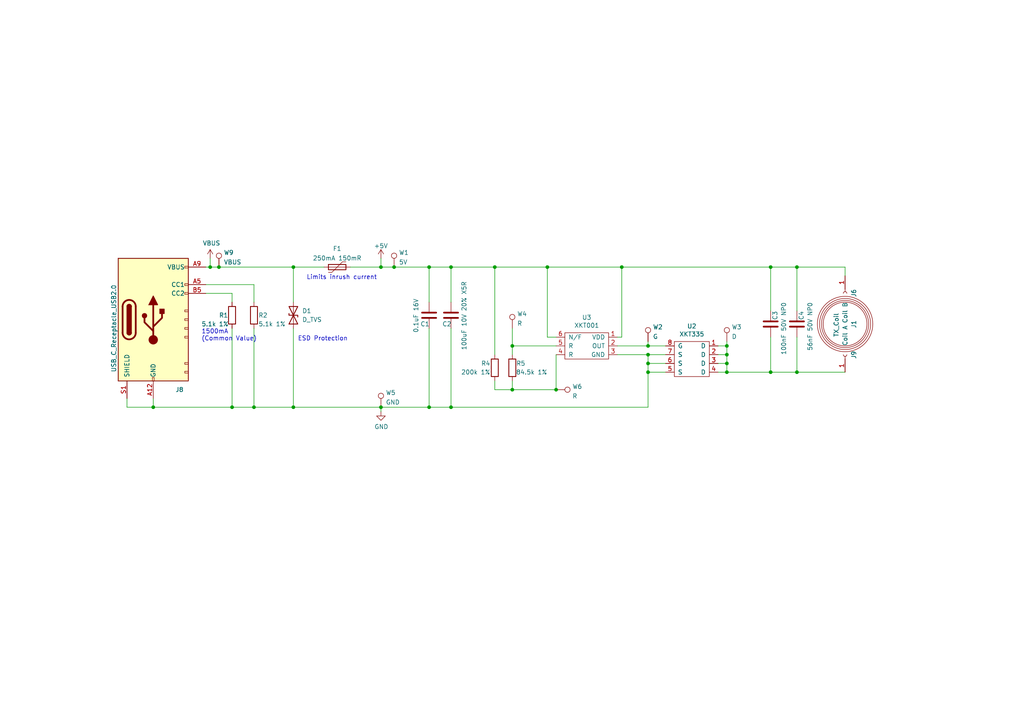
<source format=kicad_sch>
(kicad_sch (version 20211123) (generator eeschema)
  (paper "A4")
  (lib_symbols
    (symbol "Connector:Conn_01x01_Female" (pin_names (offset 1.016) hide)
      (property "Reference" "J" (at 0 2.54 0))
      (property "Value" "Conn_01x01_Female" (at 0 -2.54 0))
      (symbol "Conn_01x01_Female_1_1"
        (polyline (pts (xy -1.27 0) (xy -0.508 0)) (stroke (width 0.1524)))
        (arc (start 0 0.508) (mid -0.508 0) (end 0 -0.508) (stroke (width 0.1524)))
        (pin passive line (at -5.08 0 0) (length 3.81) (name "Pin_1") (number "1"))
      )
    )
    (symbol "Device:C" (pin_numbers hide) (pin_names (offset 0.254))
      (property "Reference" "C" (at 0.635 2.54 0))
      (property "Value" "C" (at 0.635 -2.54 0))
      (symbol "C_0_1"
        (polyline (pts (xy -2.032 -0.762) (xy 2.032 -0.762)) (stroke (width 0.508)))
        (polyline (pts (xy -2.032 0.762) (xy 2.032 0.762)) (stroke (width 0.508)))
      )
      (symbol "C_1_1"
        (pin passive line (at 0 3.81 270) (length 2.794) (name "~") (number "1"))
        (pin passive line (at 0 -3.81 90) (length 2.794) (name "~") (number "2"))
      )
    )
    (symbol "Device:D_TVS" (pin_numbers hide) (pin_names (offset 1.016) hide)
      (property "Reference" "D" (at 0 2.54 0))
      (property "Value" "D_TVS" (at 0 -2.54 0))
      (symbol "D_TVS_0_1"
        (polyline (pts (xy 1.27 0) (xy -1.27 0)))
        (polyline (pts (xy 0.508 1.27) (xy 0 1.27) (xy 0 -1.27) (xy -0.508 -1.27)) (stroke (width 0.254)))
        (polyline (pts (xy -2.54 1.27) (xy -2.54 -1.27) (xy 2.54 1.27) (xy 2.54 -1.27) (xy -2.54 1.27)) (stroke (width 0.254)))
      )
      (symbol "D_TVS_1_1"
        (pin passive line (at -3.81 0 0) (length 2.54) (name "A1") (number "1"))
        (pin passive line (at 3.81 0 180) (length 2.54) (name "A2") (number "2"))
      )
    )
    (symbol "Device:Polyfuse" (pin_numbers hide) (pin_names (offset 0))
      (property "Reference" "F" (at -2.54 0 90))
      (property "Value" "Polyfuse" (at 2.54 0 90))
      (symbol "Polyfuse_0_1"
        (rectangle (start -0.762 2.54) (end 0.762 -2.54) (stroke (width 0.254)))
        (polyline (pts (xy 0 2.54) (xy 0 -2.54)))
        (polyline (pts (xy -1.524 2.54) (xy -1.524 1.524) (xy 1.524 -1.524) (xy 1.524 -2.54)))
      )
      (symbol "Polyfuse_1_1"
        (pin passive line (at 0 3.81 270) (length 1.27) (name "~") (number "1"))
        (pin passive line (at 0 -3.81 90) (length 1.27) (name "~") (number "2"))
      )
    )
    (symbol "Device:R" (pin_numbers hide) (pin_names (offset 0))
      (property "Reference" "R" (at 2.032 0 90))
      (property "Value" "R" (at 0 0 90))
      (symbol "R_0_1"
        (rectangle (start -1.016 -2.54) (end 1.016 2.54) (stroke (width 0.254)))
      )
      (symbol "R_1_1"
        (pin passive line (at 0 3.81 270) (length 1.27) (name "~") (number "1"))
        (pin passive line (at 0 -3.81 90) (length 1.27) (name "~") (number "2"))
      )
    )
    (symbol "Pixels-dice:TEST_1P-conn" (pin_numbers hide) (pin_names (offset 0.762) hide)
      (property "Reference" "W" (at 0 6.858 0))
      (property "Value" "TEST_1P-conn" (at 0 5.08 0))
      (symbol "TEST_1P-conn_0_1"
        (circle (center 0 3.302) (radius 0.762))
      )
      (symbol "TEST_1P-conn_1_1"
        (pin passive line (at 0 0 90) (length 2.54) (name "1") (number "1"))
      )
    )
    (symbol "Pixels-dice:TX_Coil"
      (property "Reference" "J" (at 0 10.16 0))
      (property "Value" "TX_Coil" (at 0 -10.16 0))
      (symbol "TX_Coil_0_1"
        (circle (center 0 0) (radius 6.35))
        (circle (center 0 0) (radius 6.8392))
        (circle (center 0 0) (radius 7.4053))
        (circle (center 0 0) (radius 8.0322))
      )
    )
    (symbol "Pixels-dice:USB_C_Receptacle_USB2.0" (pin_names (offset 1.016))
      (property "Reference" "J" (at -10.16 19.05 0))
      (property "Value" "USB_C_Receptacle_USB2.0" (at 19.05 19.05 0))
      (symbol "USB_C_Receptacle_USB2.0_0_0"
        (rectangle (start -0.254 -17.78) (end 0.254 -16.764))
        (rectangle (start 10.16 -14.986) (end 9.144 -15.494))
        (rectangle (start 10.16 -12.446) (end 9.144 -12.954))
        (rectangle (start 10.16 -4.826) (end 9.144 -5.334))
        (rectangle (start 10.16 -2.286) (end 9.144 -2.794))
        (rectangle (start 10.16 0.254) (end 9.144 -0.254))
        (rectangle (start 10.16 2.794) (end 9.144 2.286))
        (rectangle (start 10.16 7.874) (end 9.144 7.366))
        (rectangle (start 10.16 10.414) (end 9.144 9.906))
        (rectangle (start 10.16 15.494) (end 9.144 14.986))
      )
      (symbol "USB_C_Receptacle_USB2.0_0_1"
        (rectangle (start -10.16 17.78) (end 10.16 -17.78) (stroke (width 0.254)) (fill (type background)))
        (arc (start -8.89 -3.81) (mid -6.985 -5.715) (end -5.08 -3.81) (stroke (width 0.508)))
        (arc (start -7.62 -3.81) (mid -6.985 -4.445) (end -6.35 -3.81) (stroke (width 0.254)))
        (arc (start -7.62 -3.81) (mid -6.985 -4.445) (end -6.35 -3.81) (stroke (width 0.254)) (fill (type outline)))
        (rectangle (start -7.62 -3.81) (end -6.35 3.81) (stroke (width 0.254)) (fill (type outline)))
        (arc (start -6.35 3.81) (mid -6.985 4.445) (end -7.62 3.81) (stroke (width 0.254)))
        (arc (start -6.35 3.81) (mid -6.985 4.445) (end -7.62 3.81) (stroke (width 0.254)) (fill (type outline)))
        (arc (start -5.08 3.81) (mid -6.985 5.715) (end -8.89 3.81) (stroke (width 0.508)))
        (circle (center -2.54 1.143) (radius 0.635) (stroke (width 0.254)) (fill (type outline)))
        (circle (center 0 -5.842) (radius 1.27) (fill (type outline)))
        (polyline (pts (xy -8.89 -3.81) (xy -8.89 3.81)) (stroke (width 0.508)))
        (polyline (pts (xy -5.08 3.81) (xy -5.08 -3.81)) (stroke (width 0.508)))
        (polyline (pts (xy 0 -5.842) (xy 0 4.318)) (stroke (width 0.508)))
        (polyline (pts (xy 0 -3.302) (xy -2.54 -0.762) (xy -2.54 0.508)) (stroke (width 0.508)))
        (polyline (pts (xy 0 -2.032) (xy 2.54 0.508) (xy 2.54 1.778)) (stroke (width 0.508)))
        (polyline (pts (xy -1.27 4.318) (xy 0 6.858) (xy 1.27 4.318) (xy -1.27 4.318)) (stroke (width 0.254)) (fill (type outline)))
        (rectangle (start 1.905 1.778) (end 3.175 3.048) (stroke (width 0.254)) (fill (type outline)))
      )
      (symbol "USB_C_Receptacle_USB2.0_1_1"
        (pin passive line (at 0 -22.86 90) (length 5.08) (name "GND") (number "A12"))
        (pin bidirectional line (at 15.24 10.16 180) (length 5.08) (name "CC1") (number "A5"))
        (pin passive line (at 15.24 15.24 180) (length 5.08) (name "VBUS") (number "A9"))
        (pin passive line (at 0 -22.86 90) (length 5.08) hide (name "GND") (number "B12"))
        (pin bidirectional line (at 15.24 7.62 180) (length 5.08) (name "CC2") (number "B5"))
        (pin passive line (at 15.24 15.24 180) (length 5.08) hide (name "VBUS") (number "B9"))
        (pin passive line (at -7.62 -22.86 90) (length 5.08) (name "SHIELD") (number "S1"))
      )
    )
    (symbol "Pixels-dice:XKT001" (pin_names (offset 1.016))
      (property "Reference" "U" (at 0 5.08 0))
      (property "Value" "XKT001" (at 0 -5.08 0))
      (symbol "XKT001_0_1"
        (rectangle (start -6.35 3.81) (end 6.35 -3.81))
      )
      (symbol "XKT001_1_1"
        (pin power_in line (at -8.89 2.54 0) (length 2.54) (name "VDD") (number "1"))
        (pin output line (at -8.89 0 0) (length 2.54) (name "OUT") (number "2"))
        (pin power_in line (at -8.89 -2.54 0) (length 2.54) (name "GND") (number "3"))
        (pin passive line (at 8.89 -2.54 180) (length 2.54) (name "R") (number "4"))
        (pin passive line (at 8.89 0 180) (length 2.54) (name "R") (number "5"))
        (pin input line (at 8.89 2.54 180) (length 2.54) (name "N/F") (number "6"))
      )
    )
    (symbol "Pixels-dice:XKT335" (pin_names (offset 1.016))
      (property "Reference" "U" (at 0 6.35 0))
      (property "Value" "XKT335" (at 0 -6.35 0))
      (symbol "XKT335_0_1"
        (rectangle (start -5.08 5.08) (end 5.08 -5.08))
      )
      (symbol "XKT335_1_1"
        (pin input line (at -7.62 3.81 0) (length 2.54) (name "D") (number "1"))
        (pin input line (at -7.62 1.27 0) (length 2.54) (name "D") (number "2"))
        (pin input line (at -7.62 -1.27 0) (length 2.54) (name "D") (number "3"))
        (pin input line (at -7.62 -3.81 0) (length 2.54) (name "D") (number "4"))
        (pin input line (at 7.62 -3.81 180) (length 2.54) (name "S") (number "5"))
        (pin input line (at 7.62 -1.27 180) (length 2.54) (name "S") (number "6"))
        (pin input line (at 7.62 1.27 180) (length 2.54) (name "S") (number "7"))
        (pin input line (at 7.62 3.81 180) (length 2.54) (name "G") (number "8"))
      )
    )
    (symbol "power:+5V" (power) (pin_names (offset 0))
      (property "Value" "+5V" (at 0 3.556 0))
      (symbol "+5V_0_1"
        (polyline (pts (xy -0.762 1.27) (xy 0 2.54)))
        (polyline (pts (xy 0 0) (xy 0 2.54)))
        (polyline (pts (xy 0 2.54) (xy 0.762 1.27)))
      )
      (symbol "+5V_1_1"
        (pin power_in line (at 0 0 90) (length 0) hide (name "+5V") (number "1"))
      )
    )
    (symbol "power:GND" (power) (pin_names (offset 0))
      (property "Value" "GND" (at 0 -3.81 0))
      (symbol "GND_0_1"
        (polyline (pts (xy 0 0) (xy 0 -1.27) (xy 1.27 -1.27) (xy 0 -2.54) (xy -1.27 -1.27) (xy 0 -1.27)))
      )
      (symbol "GND_1_1"
        (pin power_in line (at 0 0 270) (length 0) hide (name "GND") (number "1"))
      )
    )
    (symbol "power:VBUS" (power) (pin_names (offset 0))
      (property "Value" "VBUS" (at 0 3.81 0))
      (symbol "VBUS_0_1"
        (polyline (pts (xy -0.762 1.27) (xy 0 2.54)))
        (polyline (pts (xy 0 0) (xy 0 2.54)))
        (polyline (pts (xy 0 2.54) (xy 0.762 1.27)))
      )
      (symbol "VBUS_1_1"
        (pin power_in line (at 0 0 90) (length 0) hide (name "VBUS") (number "1"))
      )
    )
  )
  (junction (at 158.75 77.47))
  (junction (at 210.82 102.87))
  (junction (at 110.49 77.47))
  (junction (at 143.51 77.47))
  (junction (at 130.81 118.11))
  (junction (at 110.49 118.11))
  (junction (at 124.46 118.11))
  (junction (at 44.45 118.11))
  (junction (at 73.66 118.11))
  (junction (at 67.31 118.11))
  (junction (at 85.09 118.11))
  (junction (at 231.14 77.47))
  (junction (at 210.82 107.95))
  (junction (at 60.96 77.47))
  (junction (at 187.96 107.95))
  (junction (at 114.3 77.47))
  (junction (at 130.81 77.47))
  (junction (at 63.5 77.47))
  (junction (at 161.29 113.03))
  (junction (at 210.82 100.33))
  (junction (at 124.46 77.47))
  (junction (at 231.14 107.95))
  (junction (at 210.82 105.41))
  (junction (at 187.96 100.33))
  (junction (at 187.96 102.87))
  (junction (at 180.34 77.47))
  (junction (at 223.52 77.47))
  (junction (at 187.96 105.41))
  (junction (at 148.59 113.03))
  (junction (at 223.52 107.95))
  (junction (at 148.59 100.33))
  (junction (at 85.09 77.47))
  (wire (pts (xy 193.04 102.87) (xy 187.96 102.87)))
  (wire (pts (xy 245.11 80.01) (xy 245.11 77.47)))
  (wire (pts (xy 187.96 107.95) (xy 187.96 118.11)))
  (wire (pts (xy 208.28 102.87) (xy 210.82 102.87)))
  (wire (pts (xy 180.34 77.47) (xy 223.52 77.47)))
  (wire (pts (xy 143.51 113.03) (xy 143.51 110.49)))
  (wire (pts (xy 73.66 118.11) (xy 85.09 118.11)))
  (wire (pts (xy 67.31 118.11) (xy 73.66 118.11)))
  (wire (pts (xy 231.14 107.95) (xy 245.11 107.95)))
  (wire (pts (xy 161.29 102.87) (xy 161.29 113.03)))
  (wire (pts (xy 143.51 77.47) (xy 143.51 102.87)))
  (wire (pts (xy 223.52 97.79) (xy 223.52 107.95)))
  (wire (pts (xy 158.75 77.47) (xy 158.75 97.79)))
  (wire (pts (xy 110.49 118.11) (xy 110.49 119.38)))
  (wire (pts (xy 110.49 118.11) (xy 124.46 118.11)))
  (wire (pts (xy 223.52 77.47) (xy 223.52 90.17)))
  (wire (pts (xy 85.09 95.25) (xy 85.09 118.11)))
  (wire (pts (xy 60.96 74.93) (xy 60.96 77.47)))
  (wire (pts (xy 85.09 77.47) (xy 85.09 87.63)))
  (wire (pts (xy 130.81 77.47) (xy 130.81 87.63)))
  (wire (pts (xy 187.96 107.95) (xy 193.04 107.95)))
  (wire (pts (xy 36.83 115.57) (xy 36.83 118.11)))
  (wire (pts (xy 85.09 77.47) (xy 93.98 77.47)))
  (wire (pts (xy 148.59 113.03) (xy 143.51 113.03)))
  (wire (pts (xy 85.09 118.11) (xy 110.49 118.11)))
  (wire (pts (xy 231.14 97.79) (xy 231.14 107.95)))
  (wire (pts (xy 73.66 95.25) (xy 73.66 118.11)))
  (wire (pts (xy 210.82 100.33) (xy 210.82 102.87)))
  (wire (pts (xy 158.75 97.79) (xy 161.29 97.79)))
  (wire (pts (xy 148.59 113.03) (xy 148.59 110.49)))
  (wire (pts (xy 67.31 85.09) (xy 67.31 87.63)))
  (wire (pts (xy 208.28 105.41) (xy 210.82 105.41)))
  (wire (pts (xy 143.51 77.47) (xy 158.75 77.47)))
  (wire (pts (xy 44.45 118.11) (xy 67.31 118.11)))
  (wire (pts (xy 130.81 77.47) (xy 143.51 77.47)))
  (wire (pts (xy 210.82 105.41) (xy 210.82 107.95)))
  (wire (pts (xy 179.07 97.79) (xy 180.34 97.79)))
  (wire (pts (xy 148.59 95.25) (xy 148.59 100.33)))
  (wire (pts (xy 124.46 95.25) (xy 124.46 118.11)))
  (wire (pts (xy 130.81 118.11) (xy 187.96 118.11)))
  (wire (pts (xy 208.28 100.33) (xy 210.82 100.33)))
  (wire (pts (xy 210.82 100.33) (xy 210.82 99.06)))
  (wire (pts (xy 124.46 77.47) (xy 130.81 77.47)))
  (wire (pts (xy 130.81 95.25) (xy 130.81 118.11)))
  (wire (pts (xy 110.49 74.93) (xy 110.49 77.47)))
  (wire (pts (xy 231.14 90.17) (xy 231.14 77.47)))
  (wire (pts (xy 245.11 77.47) (xy 231.14 77.47)))
  (wire (pts (xy 223.52 107.95) (xy 231.14 107.95)))
  (wire (pts (xy 179.07 100.33) (xy 187.96 100.33)))
  (wire (pts (xy 114.3 77.47) (xy 124.46 77.47)))
  (wire (pts (xy 101.6 77.47) (xy 110.49 77.47)))
  (wire (pts (xy 36.83 118.11) (xy 44.45 118.11)))
  (wire (pts (xy 59.69 85.09) (xy 67.31 85.09)))
  (wire (pts (xy 73.66 82.55) (xy 73.66 87.63)))
  (wire (pts (xy 59.69 82.55) (xy 73.66 82.55)))
  (wire (pts (xy 187.96 105.41) (xy 187.96 102.87)))
  (wire (pts (xy 158.75 77.47) (xy 180.34 77.47)))
  (wire (pts (xy 148.59 113.03) (xy 161.29 113.03)))
  (wire (pts (xy 59.69 77.47) (xy 60.96 77.47)))
  (wire (pts (xy 44.45 115.57) (xy 44.45 118.11)))
  (wire (pts (xy 110.49 77.47) (xy 114.3 77.47)))
  (wire (pts (xy 210.82 102.87) (xy 210.82 105.41)))
  (wire (pts (xy 148.59 100.33) (xy 161.29 100.33)))
  (wire (pts (xy 187.96 102.87) (xy 179.07 102.87)))
  (wire (pts (xy 193.04 105.41) (xy 187.96 105.41)))
  (wire (pts (xy 124.46 87.63) (xy 124.46 77.47)))
  (wire (pts (xy 187.96 100.33) (xy 193.04 100.33)))
  (wire (pts (xy 60.96 77.47) (xy 63.5 77.47)))
  (wire (pts (xy 210.82 107.95) (xy 223.52 107.95)))
  (wire (pts (xy 187.96 105.41) (xy 187.96 107.95)))
  (wire (pts (xy 67.31 95.25) (xy 67.31 118.11)))
  (wire (pts (xy 148.59 102.87) (xy 148.59 100.33)))
  (wire (pts (xy 63.5 77.47) (xy 85.09 77.47)))
  (wire (pts (xy 180.34 77.47) (xy 180.34 97.79)))
  (wire (pts (xy 210.82 107.95) (xy 208.28 107.95)))
  (wire (pts (xy 223.52 77.47) (xy 231.14 77.47)))
  (wire (pts (xy 124.46 118.11) (xy 130.81 118.11)))
  (wire (pts (xy 187.96 100.33) (xy 187.96 99.06)))
  (text "ESD Protection" (at 86.36 99.06 0) (effects (font (size 1.27 1.27)) (justify left bottom)))
  (text "Limits inrush current" (at 88.9 81.28 0) (effects (font (size 1.27 1.27)) (justify left bottom)))
  (text "1500mA\n(Common Value)" (at 58.42 99.06 0) (effects (font (size 1.27 1.27)) (justify left bottom)))
  (symbol (lib_id "Pixels-dice:USB_C_Receptacle_USB2.0") (at 44.45 92.71 0) (unit 1)
    (property "Reference" "J8" (at 52.07 113.03 0))
    (property "Value" "USB_C_Receptacle_USB2.0" (at 33.02 95.25 90))
    (property "Footprint" "Pixels-dice:USB-C-SMD_10P-P1.00-L6.8-W8.9" (effects hide))
    (property "Datasheet" "https://www.usb.org/sites/default/files/documents/usb_type-c.zip" (effects hide))
    (property "LCSC Part Number" "C283540" (effects hide))
    (property "Part Number" "TYPE-C-31-M-17" (effects hide))
    (property "Manufacturer" "Korean Hroparts Elec" (effects hide))
    (property "Pixels Part Number" "SMD-J108" (effects hide))
  )
  (symbol (lib_id "Device:C") (at 231.14 93.98 0) (mirror x) (unit 1)
    (property "Reference" "C4" (at 232.41 90.17 90) (effects (justify left)))
    (property "Value" "56nF 50V NP0" (at 234.95 87.63 90) (effects (justify left)))
    (property "Footprint" "Capacitor_SMD:C_1206_3216Metric" (effects hide))
    (property "LCSC Part Number" "C441752" (effects hide))
    (property "Part Number" "GRM31M5C1H563JA01L" (effects hide))
    (property "Manufacturer" "Murata" (effects hide))
    (property "Pixels Part Number" "SMD-C104" (effects hide))
  )
  (symbol (lib_id "Device:R") (at 73.66 91.44 180) (unit 1)
    (property "Reference" "R2" (at 74.93 91.44 0) (effects (justify right)))
    (property "Value" "5.1k 1%" (at 74.93 93.98 0) (effects (justify right)))
    (property "Footprint" "Resistor_SMD:R_0402_1005Metric" (effects hide))
    (property "LCSC Part Number" "C25905" (effects hide))
    (property "Part Number" "0402WGF5101TCE" (effects hide))
    (property "Manufacturer" "UNI-ROYAL(Uniroyal Elec)" (effects hide))
    (property "Pixels Part Number" "SMD-R101" (effects hide))
  )
  (symbol (lib_id "Device:C") (at 130.81 91.44 0) (unit 1)
    (property "Reference" "C2" (at 128.27 93.98 0) (effects (justify left)))
    (property "Value" "100uF 10V 20% X5R" (at 134.62 101.6 90) (effects (justify left)))
    (property "Footprint" "Capacitor_SMD:C_1206_3216Metric" (effects hide))
    (property "Part Number" "GRM31CR61A107MEA8K" (effects hide))
    (property "Manufacturer" "Murata" (effects hide))
    (property "Pixels Part Number" "SMD-C102" (effects hide))
  )
  (symbol (lib_id "Device:C") (at 124.46 91.44 0) (unit 1)
    (property "Reference" "C1" (at 121.92 93.98 0) (effects (justify left)))
    (property "Value" "0.1uF 16V" (at 120.65 96.52 90) (effects (justify left)))
    (property "Footprint" "Capacitor_SMD:C_0603_1608Metric" (effects hide))
    (property "LCSC Part Number" "C66501" (effects hide))
    (property "Part Number" "CL10B104KO8NNNC" (effects hide))
    (property "Manufacturer" "Samsung Electro-Mechanics" (effects hide))
    (property "Pixels Part Number" "SMD-C101" (effects hide))
  )
  (symbol (lib_id "Connector:Conn_01x01_Female") (at 245.11 102.87 270) (mirror x) (unit 1)
    (property "Reference" "J9" (at 247.65 104.14 0) (effects (justify left)))
    (property "Value" "Coil A" (at 245.11 100.33 0) (effects (justify left)))
    (property "Footprint" "TestPoint:TestPoint_THTPad_D2.0mm_Drill1.0mm" (effects hide))
  )
  (symbol (lib_id "Connector:Conn_01x01_Female") (at 245.11 85.09 90) (mirror x) (unit 1)
    (property "Reference" "J6" (at 247.65 83.82 0) (effects (justify left)))
    (property "Value" "Coil B" (at 245.11 87.63 0) (effects (justify left)))
    (property "Footprint" "TestPoint:TestPoint_THTPad_D2.0mm_Drill1.0mm" (effects hide))
  )
  (symbol (lib_id "Pixels-dice:XKT001") (at 170.18 100.33 0) (mirror y) (unit 1)
    (property "Reference" "U3" (at 170.18 92.075 0))
    (property "Value" "XKT001" (at 170.18 94.3864 0))
    (property "Footprint" "Package_TO_SOT_SMD:SOT-23-6" (effects hide))
    (property "Manufacturer" "XKT" (effects hide))
    (property "Part Number" "XKT001" (effects hide))
    (property "Pixels Part Number" "SMD-U103" (effects hide))
  )
  (symbol (lib_id "Pixels-dice:XKT335") (at 200.66 104.14 0) (mirror y) (unit 1)
    (property "Reference" "U2" (at 200.66 94.615 0))
    (property "Value" "XKT335" (at 200.66 96.9264 0))
    (property "Footprint" "Pixels-dice:SOIC-8_3.9x4.9mm_P1.27mm" (effects hide))
    (property "Manufacturer" "XKT" (effects hide))
    (property "Part Number" "XKT335" (effects hide))
    (property "Pixels Part Number" "SMD-U102" (effects hide))
  )
  (symbol (lib_id "Device:R") (at 143.51 106.68 0) (mirror x) (unit 1)
    (property "Reference" "R4" (at 142.24 105.41 0) (effects (justify right)))
    (property "Value" "200k 1%" (at 142.24 107.95 0) (effects (justify right)))
    (property "Footprint" "Resistor_SMD:R_0603_1608Metric" (effects hide))
    (property "LCSC Part Number" "C25811" (effects hide))
    (property "Part Number" "0603WAF2003T5E" (effects hide))
    (property "Manufacturer" "UNI-ROYAL(Uniroyal Elec)" (effects hide))
    (property "Pixels Part Number" "SMD-R104" (effects hide))
  )
  (symbol (lib_id "Device:R") (at 148.59 106.68 0) (mirror x) (unit 1)
    (property "Reference" "R5" (at 152.4 105.41 0) (effects (justify right)))
    (property "Value" "84.5k 1%" (at 158.75 107.95 0) (effects (justify right)))
    (property "Footprint" "Resistor_SMD:R_0603_1608Metric" (effects hide))
    (property "LCSC Part Number" "C23118" (effects hide))
    (property "Part Number" "0603WAF8452T5E" (effects hide))
    (property "Manufacturer" "UNI-ROYAL(Uniroyal Elec)" (effects hide))
    (property "Pixels Part Number" "SMD-R105" (effects hide))
  )
  (symbol (lib_id "Device:R") (at 67.31 91.44 180) (unit 1)
    (property "Reference" "R1" (at 63.5 91.44 0) (effects (justify right)))
    (property "Value" "5.1k 1%" (at 58.42 93.98 0) (effects (justify right)))
    (property "Footprint" "Resistor_SMD:R_0402_1005Metric" (effects hide))
    (property "LCSC Part Number" "C25905" (effects hide))
    (property "Part Number" "0402WGF5101TCE" (effects hide))
    (property "Manufacturer" "UNI-ROYAL(Uniroyal Elec)" (effects hide))
    (property "Pixels Part Number" "SMD-R101" (effects hide))
  )
  (symbol (lib_id "power:VBUS") (at 60.96 74.93 0) (unit 1)
    (property "Reference" "#PWR01" (effects hide))
    (property "Value" "VBUS" (at 61.341 70.5358 0))
  )
  (symbol (lib_id "Pixels-dice:TEST_1P-conn") (at 161.29 113.03 270) (unit 1)
    (property "Reference" "W6" (at 165.989 112.1215 90) (effects (justify left)))
    (property "Value" "R" (at 165.989 114.8966 90) (effects (justify left)))
    (property "Footprint" "Pixels-dice:TEST_PIN" (effects hide))
  )
  (symbol (lib_id "Device:C") (at 223.52 93.98 0) (mirror x) (unit 1)
    (property "Reference" "C3" (at 224.79 90.17 90) (effects (justify left)))
    (property "Value" "100nF 50V NP0" (at 227.33 87.63 90) (effects (justify left)))
    (property "Footprint" "Capacitor_SMD:C_1206_3216Metric" (effects hide))
    (property "LCSC Part Number" "C21812" (effects hide))
    (property "Part Number" "GRM31C5C1H104JA01L" (effects hide))
    (property "Manufacturer" "Murata" (effects hide))
    (property "Pixels Part Number" "SMD-C103" (effects hide))
  )
  (symbol (lib_id "Pixels-dice:TEST_1P-conn") (at 110.49 118.11 0) (unit 1)
    (property "Reference" "W5" (at 111.887 113.8995 0) (effects (justify left)))
    (property "Value" "GND" (at 111.887 116.6746 0) (effects (justify left)))
    (property "Footprint" "Pixels-dice:TEST_PIN" (effects hide))
  )
  (symbol (lib_id "power:GND") (at 110.49 119.38 0) (unit 1)
    (property "Reference" "#PWR03" (effects hide))
    (property "Value" "GND" (at 110.617 123.7742 0))
  )
  (symbol (lib_id "Pixels-dice:TEST_1P-conn") (at 114.3 77.47 0) (unit 1)
    (property "Reference" "W1" (at 115.697 73.2595 0) (effects (justify left)))
    (property "Value" "5V" (at 115.697 76.0346 0) (effects (justify left)))
    (property "Footprint" "Pixels-dice:TEST_PIN" (effects hide))
  )
  (symbol (lib_id "Pixels-dice:TEST_1P-conn") (at 148.59 95.25 0) (unit 1)
    (property "Reference" "W4" (at 149.987 91.0395 0) (effects (justify left)))
    (property "Value" "R" (at 149.987 93.8146 0) (effects (justify left)))
    (property "Footprint" "Pixels-dice:TEST_PIN" (effects hide))
  )
  (symbol (lib_id "Pixels-dice:TEST_1P-conn") (at 210.82 99.06 0) (unit 1)
    (property "Reference" "W3" (at 212.217 94.8495 0) (effects (justify left)))
    (property "Value" "D" (at 212.217 97.6246 0) (effects (justify left)))
    (property "Footprint" "Pixels-dice:TEST_PIN" (effects hide))
  )
  (symbol (lib_id "Device:D_TVS") (at 85.09 91.44 90) (unit 1)
    (property "Reference" "D1" (at 87.63 90.1699 90) (effects (justify right)))
    (property "Value" "D_TVS" (at 87.63 92.7099 90) (effects (justify right)))
    (property "Footprint" "Diode_SMD:D_0402_1005Metric" (effects hide))
    (property "Manufacturer" "Murata" (effects hide))
    (property "Part Number" "LXES1UTAA1-157" (effects hide))
  )
  (symbol (lib_id "power:+5V") (at 110.49 74.93 0) (unit 1)
    (property "Reference" "#PWR04" (effects hide))
    (property "Value" "+5V" (at 110.49 71.3255 0))
  )
  (symbol (lib_id "Pixels-dice:TX_Coil") (at 245.11 93.98 0) (unit 1)
    (property "Reference" "J1" (at 247.65 95.25 90) (effects (justify left)))
    (property "Value" "TX_Coil" (at 242.57 97.79 90) (effects (justify left)))
    (property "Footprint" "Pixels-dice:TX Coil" (effects hide))
    (property "Pixels Part Number" "THT-TXCOIL-1" (effects hide))
  )
  (symbol (lib_id "Pixels-dice:TEST_1P-conn") (at 187.96 99.06 0) (unit 1)
    (property "Reference" "W2" (at 189.357 94.8495 0) (effects (justify left)))
    (property "Value" "G" (at 189.357 97.6246 0) (effects (justify left)))
    (property "Footprint" "Pixels-dice:TEST_PIN" (effects hide))
  )
  (symbol (lib_id "Pixels-dice:TEST_1P-conn") (at 63.5 77.47 0) (unit 1)
    (property "Reference" "W9" (at 64.897 73.2595 0) (effects (justify left)))
    (property "Value" "VBUS" (at 64.897 76.0346 0) (effects (justify left)))
    (property "Footprint" "Pixels-dice:TEST_PIN" (effects hide))
  )
  (symbol (lib_id "Device:Polyfuse") (at 97.79 77.47 90) (unit 1)
    (property "Reference" "F1" (at 97.79 72.1065 90))
    (property "Value" "250mA 150mR" (at 97.79 74.8816 90))
    (property "Footprint" "Fuse:Fuse_0805_2012Metric" (effects hide))
    (property "Manufacturer" "Shenzhen JDT Fuse" (effects hide))
    (property "Part Number" "ASMD0603-025-16V" (effects hide))
    (property "LCSC Part Number" "C2982256" (effects hide))
    (property "Pixels Part Number" "SMD-F101" (effects hide))
  )
)
</source>
